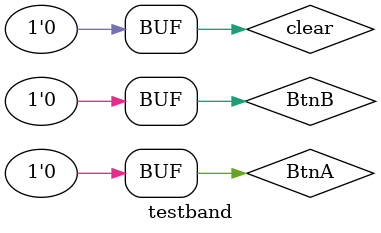
<source format=v>
`timescale 1ns / 1ps


module testband;

	// Inputs
	reg BtnA;
	reg BtnB;
	reg clear;

	// Outputs
	wire [6:0] LedA;
	wire [6:0] LedB;

	// Instantiate the Unit Under Test (UUT)
	GameController uut (
		.BtnA(BtnA), 
		.BtnB(BtnB), 
		.clear(clear), 
		.LedA(LedA), 
		.LedB(LedB)
	);

	initial begin
		// Initialize Inputs

		//Truong hop 1
		BtnA = 1; //0
		BtnB = 1;
		clear = 1;
		#10;
		BtnA = 0; //1
		BtnB = 1;
		clear = 1;
		#10;
		BtnA = 1;
		BtnB = 1;
		clear = 1;
		#10;
		BtnA = 0; //2
		BtnB = 1;
		clear = 1;
		#10;
		BtnA = 1;
		BtnB = 1;
		clear = 1;
		#10;
		BtnA = 0; //3
		BtnB = 1;
		clear = 1;
		#10;
		BtnA = 1;
		BtnB = 1;
		clear = 1;
		#10;
		BtnA = 0; //4
		BtnB = 1;
		clear = 1;
		#10;
		BtnA = 1;
		BtnB = 1;
		clear = 1;
		#10;
		BtnA = 0; //5
		BtnB = 1;
		clear = 1;
		#10;
		BtnA = 1;
		BtnB = 1;
		clear = 1;
		#10;
		BtnA = 0; //6
		BtnB = 1;
		clear = 1;
		#10;
		BtnA = 1;
		BtnB = 1;
		clear = 1;
		#10;
		BtnA = 0; //7
		BtnB = 1;
		clear = 1;
		#10;
		BtnA = 1;
		BtnB = 1;
		clear = 1;
		#10;
		BtnA = 0; //8
		BtnB = 1;
		clear = 1;
		#10;
		BtnA = 1;
		BtnB = 1;
		clear = 1;
		#10;
		BtnA = 0; //9
		BtnB = 1;
		clear = 1;
		#10;
		BtnA = 0; //clear
		BtnB = 1;
		clear = 0;
		
		//Truong hop 2
		BtnA = 1; //0
		BtnB = 1;
		clear = 1;
		#10;
		BtnA = 1; //1
		BtnB = 0;
		clear = 1;
		#10;
		BtnA = 1;
		BtnB = 1;
		clear = 1;
		#10;
		BtnA = 1; //2
		BtnB = 0;
		clear = 1;
		#10;
		BtnA = 1;
		BtnB = 1;
		clear = 1;
		#10;
		BtnA = 1; //3
		BtnB = 0;
		clear = 1;
		#10;
		BtnA = 1;
		BtnB = 1;
		clear = 1;
		#10;
		BtnA = 1; //4
		BtnB = 0;
		clear = 1;
		#10;
		BtnA = 1;
		BtnB = 1;
		clear = 1;
		#10;
		BtnA = 1; //5
		BtnB = 0;
		clear = 1;
		#10;
		BtnA = 1;
		BtnB = 1;
		clear = 1;
		#10;
		BtnA = 1; //6
		BtnB = 0;
		clear = 1;
		#10;
		BtnA = 1;
		BtnB = 1;
		clear = 1;
		#10;
		BtnA = 1; //7
		BtnB = 0;
		clear = 1;
		#10;
		BtnA = 1;
		BtnB = 1;
		clear = 1;
		#10;
		BtnA = 1; //8
		BtnB = 0;
		clear = 1;
		#10;
		BtnA = 1;
		BtnB = 1;
		clear = 1;
		#10;
		BtnA = 1; //9
		BtnB = 0;
		clear = 1;
		#10;
		BtnA = 1; //clear
		BtnB = 0;
		clear = 0;

		//Truong hop 3
		BtnA = 1; //0
		BtnB = 1;
		clear = 1;
		#10;
		BtnA = 0; //1
		BtnB = 1;
		clear = 1;
		#10;
		BtnA = 1;
		BtnB = 1;
		clear = 1;
		#10;
		BtnA = 0; //2
		BtnB = 1;
		clear = 1;
		#10;
		BtnA = 0; //***
		BtnB = 0;
		clear = 1;
		
		BtnA = 0; //clear
		BtnB = 0;
		clear = 0;
				
		// Add stimulus here

	end
      
endmodule


</source>
